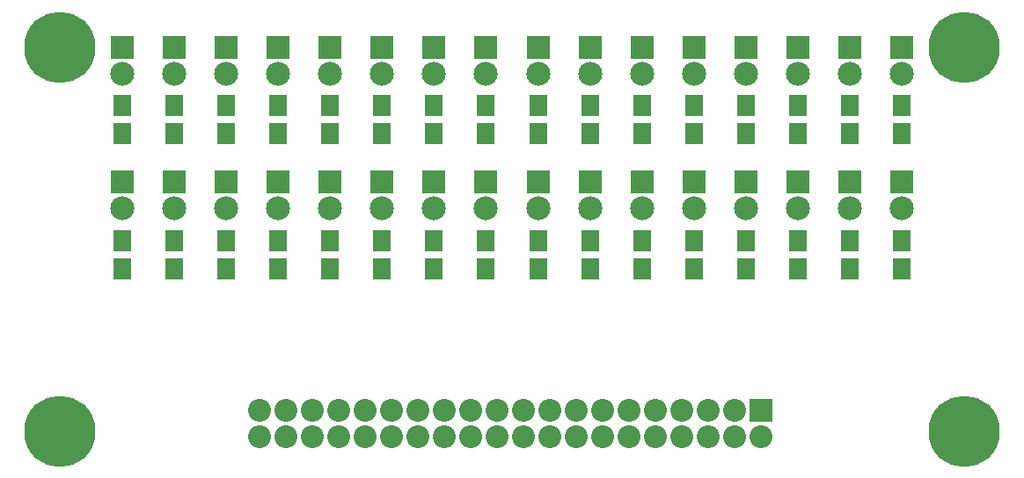
<source format=gbr>
G04 #@! TF.FileFunction,Soldermask,Top*
%FSLAX46Y46*%
G04 Gerber Fmt 4.6, Leading zero omitted, Abs format (unit mm)*
G04 Created by KiCad (PCBNEW 4.0.5) date 06/03/17 13:20:55*
%MOMM*%
%LPD*%
G01*
G04 APERTURE LIST*
%ADD10C,0.150000*%
%ADD11R,2.308000X2.308000*%
%ADD12C,2.308000*%
%ADD13R,1.808000X2.008000*%
%ADD14C,6.858000*%
%ADD15R,2.208000X2.208000*%
%ADD16O,2.208000X2.208000*%
G04 APERTURE END LIST*
D10*
D11*
X107000000Y-40016000D03*
D12*
X107000000Y-42556000D03*
D11*
X107000000Y-53016000D03*
D12*
X107000000Y-55556000D03*
D11*
X112000000Y-40016000D03*
D12*
X112000000Y-42556000D03*
D11*
X112000000Y-53016000D03*
D12*
X112000000Y-55556000D03*
D11*
X117000000Y-40016000D03*
D12*
X117000000Y-42556000D03*
D11*
X117000000Y-53016000D03*
D12*
X117000000Y-55556000D03*
D11*
X122000000Y-40016000D03*
D12*
X122000000Y-42556000D03*
D11*
X122000000Y-53016000D03*
D12*
X122000000Y-55556000D03*
D11*
X127000000Y-40016000D03*
D12*
X127000000Y-42556000D03*
D11*
X127000000Y-53016000D03*
D12*
X127000000Y-55556000D03*
D11*
X132000000Y-40016000D03*
D12*
X132000000Y-42556000D03*
D11*
X132000000Y-53016000D03*
D12*
X132000000Y-55556000D03*
D11*
X137000000Y-40016000D03*
D12*
X137000000Y-42556000D03*
D11*
X137000000Y-53016000D03*
D12*
X137000000Y-55556000D03*
D11*
X142000000Y-40016000D03*
D12*
X142000000Y-42556000D03*
D11*
X142000000Y-53016000D03*
D12*
X142000000Y-55556000D03*
D13*
X67000000Y-45666000D03*
X67000000Y-48366000D03*
X67000000Y-58666000D03*
X67000000Y-61366000D03*
X72000000Y-45666000D03*
X72000000Y-48366000D03*
X72000000Y-58666000D03*
X72000000Y-61366000D03*
X77000000Y-45666000D03*
X77000000Y-48366000D03*
X77000000Y-58666000D03*
X77000000Y-61366000D03*
X82000000Y-45666000D03*
X82000000Y-48366000D03*
X82000000Y-58666000D03*
X82000000Y-61366000D03*
X87000000Y-45666000D03*
X87000000Y-48366000D03*
X87000000Y-58666000D03*
X87000000Y-61366000D03*
X92000000Y-45666000D03*
X92000000Y-48366000D03*
X92000000Y-58666000D03*
X92000000Y-61366000D03*
X97000000Y-45666000D03*
X97000000Y-48366000D03*
X97000000Y-58666000D03*
X97000000Y-61366000D03*
X102000000Y-45666000D03*
X102000000Y-48366000D03*
X102000000Y-58666000D03*
X102000000Y-61366000D03*
X107000000Y-45666000D03*
X107000000Y-48366000D03*
X107000000Y-58666000D03*
X107000000Y-61366000D03*
X112000000Y-45666000D03*
X112000000Y-48366000D03*
X112000000Y-58666000D03*
X112000000Y-61366000D03*
X117000000Y-45666000D03*
X117000000Y-48366000D03*
X117000000Y-58666000D03*
X117000000Y-61366000D03*
X122000000Y-45666000D03*
X122000000Y-48366000D03*
X122000000Y-58666000D03*
X122000000Y-61366000D03*
X127000000Y-45666000D03*
X127000000Y-48366000D03*
X127000000Y-58666000D03*
X127000000Y-61366000D03*
X132000000Y-45666000D03*
X132000000Y-48366000D03*
X132000000Y-58666000D03*
X132000000Y-61366000D03*
X137000000Y-45666000D03*
X137000000Y-48366000D03*
X137000000Y-58666000D03*
X137000000Y-61366000D03*
X142000000Y-45666000D03*
X142000000Y-48366000D03*
X142000000Y-58666000D03*
X142000000Y-61366000D03*
D11*
X67000000Y-40016000D03*
D12*
X67000000Y-42556000D03*
D11*
X67000000Y-53016000D03*
D12*
X67000000Y-55556000D03*
D11*
X72000000Y-40016000D03*
D12*
X72000000Y-42556000D03*
D11*
X72000000Y-53016000D03*
D12*
X72000000Y-55556000D03*
D11*
X77000000Y-40016000D03*
D12*
X77000000Y-42556000D03*
D11*
X77000000Y-53016000D03*
D12*
X77000000Y-55556000D03*
D11*
X82000000Y-40016000D03*
D12*
X82000000Y-42556000D03*
D11*
X82000000Y-53016000D03*
D12*
X82000000Y-55556000D03*
D11*
X87000000Y-40016000D03*
D12*
X87000000Y-42556000D03*
D11*
X87000000Y-53016000D03*
D12*
X87000000Y-55556000D03*
D11*
X92000000Y-40016000D03*
D12*
X92000000Y-42556000D03*
D11*
X92000000Y-53016000D03*
D12*
X92000000Y-55556000D03*
D11*
X97000000Y-40016000D03*
D12*
X97000000Y-42556000D03*
D11*
X97000000Y-53016000D03*
D12*
X97000000Y-55556000D03*
D11*
X102000000Y-40016000D03*
D12*
X102000000Y-42556000D03*
D11*
X102000000Y-53016000D03*
D12*
X102000000Y-55556000D03*
D14*
X61000000Y-40000000D03*
X148000000Y-40000000D03*
X61000000Y-77000000D03*
X148000000Y-77000000D03*
D15*
X128500000Y-75016000D03*
D16*
X128500000Y-77556000D03*
X125960000Y-75016000D03*
X125960000Y-77556000D03*
X123420000Y-75016000D03*
X123420000Y-77556000D03*
X120880000Y-75016000D03*
X120880000Y-77556000D03*
X118340000Y-75016000D03*
X118340000Y-77556000D03*
X115800000Y-75016000D03*
X115800000Y-77556000D03*
X113260000Y-75016000D03*
X113260000Y-77556000D03*
X110720000Y-75016000D03*
X110720000Y-77556000D03*
X108180000Y-75016000D03*
X108180000Y-77556000D03*
X105640000Y-75016000D03*
X105640000Y-77556000D03*
X103100000Y-75016000D03*
X103100000Y-77556000D03*
X100560000Y-75016000D03*
X100560000Y-77556000D03*
X98020000Y-75016000D03*
X98020000Y-77556000D03*
X95480000Y-75016000D03*
X95480000Y-77556000D03*
X92940000Y-75016000D03*
X92940000Y-77556000D03*
X90400000Y-75016000D03*
X90400000Y-77556000D03*
X87860000Y-75016000D03*
X87860000Y-77556000D03*
X85320000Y-75016000D03*
X85320000Y-77556000D03*
X82780000Y-75016000D03*
X82780000Y-77556000D03*
X80240000Y-75016000D03*
X80240000Y-77556000D03*
M02*

</source>
